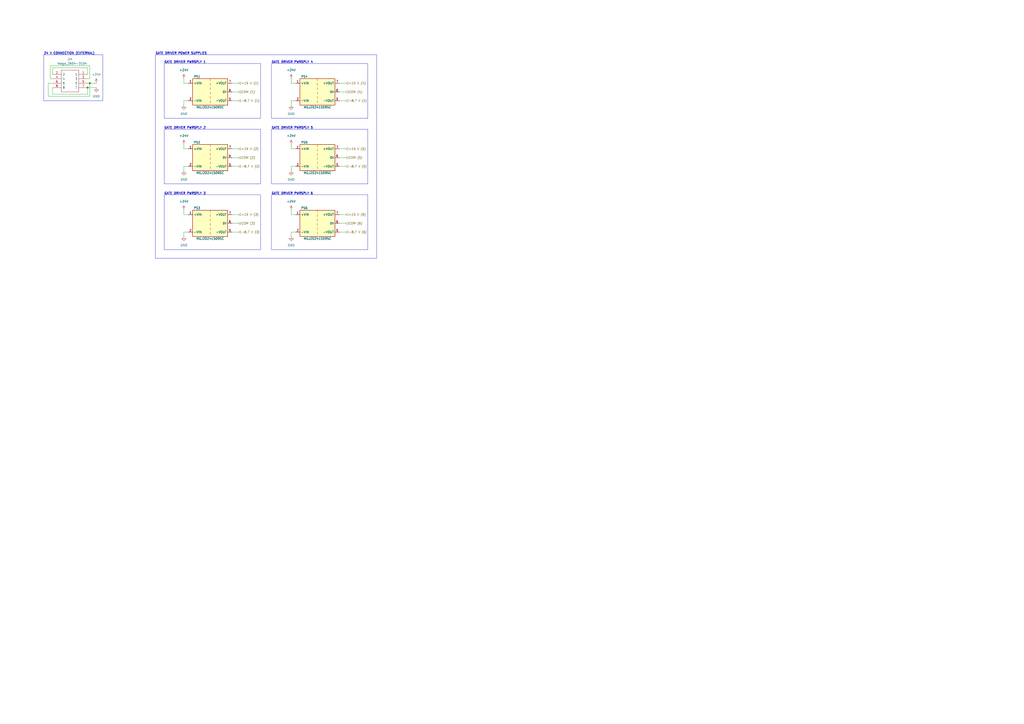
<source format=kicad_sch>
(kicad_sch (version 20230121) (generator eeschema)
  (paper "A2")
  (title_block (title "3-phase DC/AC converter with SV-PWM") (date "2023-03-16") (rev "V. 1.1") (comment 1 "Ingrid Hovland") (comment 2 "Eirik Skorve Haugland") (comment 3 "Marius Englund"))
  (lib_symbols
    (symbol "Converter_DCDC:MGJ2D241509SC"
      (property "Reference" "U" (at 0 11.43 0))
      (property "Value" "MGJ2D241509SC" (at 0 8.89 0))
      (symbol "MGJ2D241509SC_0_1"
        (rectangle (start -10.16 7.62) (end 10.16 -7.62) (stroke (width 0.254)) (fill (type background)))
        (polyline (pts (xy 0 -5.08) (xy 0 -6.35)))
        (polyline (pts (xy 0 -2.54) (xy 0 -3.81)))
        (polyline (pts (xy 0 0) (xy 0 -1.27)))
        (polyline (pts (xy 0 2.54) (xy 0 1.27)))
        (polyline (pts (xy 0 5.08) (xy 0 3.81)))
        (polyline (pts (xy 0 7.62) (xy 0 6.35)))
      )
      (symbol "MGJ2D241509SC_1_1"
        (pin power_in line (at -12.7 5.08 0) (length 2.54) (name "+VIN") (number "1"))
        (pin power_in line (at -12.7 -5.08 0) (length 2.54) (name "-VIN") (number "2"))
        (pin power_out line (at 12.7 -5.08 180) (length 2.54) (name "-VOUT") (number "5"))
        (pin power_out line (at 12.7 0 180) (length 2.54) (name "0V") (number "6"))
        (pin power_out line (at 12.7 5.08 180) (length 2.54) (name "+VOUT") (number "7"))
      )
    )
    (symbol "WAGO-2604-3104:2604-3104" (pin_names (offset 0.762))
      (property "Reference" "J" (at 16.51 7.62 0))
      (property "Value" "2604-3104" (at 16.51 5.08 0))
      (symbol "2604-3104_0_0"
        (pin passive line (at 20.32 0 180) (length 5.08) (name "1") (number "1"))
        (pin passive line (at 0 0 0) (length 5.08) (name "2") (number "2"))
        (pin passive line (at 20.32 -2.54 180) (length 5.08) (name "3") (number "3"))
        (pin passive line (at 0 -2.54 0) (length 5.08) (name "4") (number "4"))
        (pin passive line (at 20.32 -5.08 180) (length 5.08) (name "5") (number "5"))
        (pin passive line (at 0 -5.08 0) (length 5.08) (name "6") (number "6"))
        (pin passive line (at 20.32 -7.62 180) (length 5.08) (name "7") (number "7"))
        (pin passive line (at 0 -7.62 0) (length 5.08) (name "8") (number "8"))
      )
      (symbol "2604-3104_0_1"
        (polyline (pts (xy 5.08 2.54) (xy 15.24 2.54) (xy 15.24 -10.16) (xy 5.08 -10.16) (xy 5.08 2.54)) (stroke (width 0.1524)))
      )
    )
    (symbol "power:+24V" (power) (pin_names (offset 0))
      (property "Value" "+24V" (at 0 3.556 0))
      (symbol "+24V_0_1"
        (polyline (pts (xy -0.762 1.27) (xy 0 2.54)))
        (polyline (pts (xy 0 0) (xy 0 2.54)))
        (polyline (pts (xy 0 2.54) (xy 0.762 1.27)))
      )
      (symbol "+24V_1_1"
        (pin power_in line (at 0 0 90) (length 0) hide (name "+24V") (number "1"))
      )
    )
    (symbol "power:GND" (power) (pin_names (offset 0))
      (property "Value" "GND" (at 0 -3.81 0))
      (symbol "GND_0_1"
        (polyline (pts (xy 0 0) (xy 0 -1.27) (xy 1.27 -1.27) (xy 0 -2.54) (xy -1.27 -1.27) (xy 0 -1.27)))
      )
      (symbol "GND_1_1"
        (pin power_in line (at 0 0 270) (length 0) hide (name "GND") (number "1"))
      )
    )
  )
  (junction (at 52.07 48.26))
  (junction (at 50.8 50.8))
  (wire (pts (xy 52.07 48.26) (xy 55.88 48.26)))
  (polyline (pts (xy 151.13 68.58) (xy 95.25 68.58)))
  (wire (pts (xy 168.91 58.42) (xy 171.45 58.42)))
  (wire (pts (xy 106.68 45.72) (xy 106.68 48.26)))
  (polyline (pts (xy 213.36 68.58) (xy 157.48 68.58)))
  (wire (pts (xy 196.85 134.62) (xy 200.66 134.62)))
  (wire (pts (xy 168.91 45.72) (xy 168.91 48.26)))
  (wire (pts (xy 106.68 124.46) (xy 109.22 124.46)))
  (polyline (pts (xy 213.36 113.03) (xy 213.36 144.78)))
  (wire (pts (xy 168.91 99.06) (xy 168.91 96.52)))
  (polyline (pts (xy 218.44 31.75) (xy 218.44 149.86)))
  (polyline (pts (xy 213.36 36.83) (xy 213.36 68.58)))
  (polyline (pts (xy 95.25 36.83) (xy 95.25 68.58)))
  (wire (pts (xy 168.91 134.62) (xy 171.45 134.62)))
  (polyline (pts (xy 157.48 113.03) (xy 213.36 113.03)))
  (wire (pts (xy 134.62 124.46) (xy 138.43 124.46)))
  (wire (pts (xy 168.91 137.16) (xy 168.91 134.62)))
  (polyline (pts (xy 157.48 74.93) (xy 157.48 106.68)))
  (wire (pts (xy 196.85 129.54) (xy 200.66 129.54)))
  (wire (pts (xy 29.21 45.72) (xy 29.21 38.1)))
  (wire (pts (xy 134.62 53.34) (xy 138.43 53.34)))
  (polyline (pts (xy 157.48 113.03) (xy 157.48 144.78)))
  (wire (pts (xy 27.94 55.88) (xy 27.94 48.26)))
  (polyline (pts (xy 25.4 31.75) (xy 25.4 58.42)))
  (wire (pts (xy 168.91 60.96) (xy 168.91 58.42)))
  (wire (pts (xy 106.68 60.96) (xy 106.68 58.42)))
  (wire (pts (xy 134.62 129.54) (xy 138.43 129.54)))
  (wire (pts (xy 50.8 50.8) (xy 55.88 50.8)))
  (polyline (pts (xy 218.44 149.86) (xy 90.17 149.86)))
  (wire (pts (xy 168.91 86.36) (xy 171.45 86.36)))
  (wire (pts (xy 106.68 99.06) (xy 106.68 96.52)))
  (wire (pts (xy 30.48 45.72) (xy 29.21 45.72)))
  (wire (pts (xy 134.62 96.52) (xy 138.43 96.52)))
  (wire (pts (xy 106.68 121.92) (xy 106.68 124.46)))
  (polyline (pts (xy 95.25 113.03) (xy 151.13 113.03)))
  (polyline (pts (xy 95.25 36.83) (xy 151.13 36.83)))
  (wire (pts (xy 168.91 83.82) (xy 168.91 86.36)))
  (wire (pts (xy 134.62 91.44) (xy 138.43 91.44)))
  (wire (pts (xy 196.85 91.44) (xy 200.66 91.44)))
  (polyline (pts (xy 213.36 106.68) (xy 157.48 106.68)))
  (wire (pts (xy 196.85 86.36) (xy 200.66 86.36)))
  (wire (pts (xy 50.8 39.37) (xy 50.8 43.18)))
  (wire (pts (xy 52.07 55.88) (xy 27.94 55.88)))
  (polyline (pts (xy 90.17 149.86) (xy 90.17 31.75)))
  (polyline (pts (xy 151.13 106.68) (xy 95.25 106.68)))
  (wire (pts (xy 50.8 50.8) (xy 50.8 54.61)))
  (wire (pts (xy 30.48 54.61) (xy 50.8 54.61)))
  (wire (pts (xy 106.68 86.36) (xy 109.22 86.36)))
  (wire (pts (xy 106.68 48.26) (xy 109.22 48.26)))
  (wire (pts (xy 168.91 121.92) (xy 168.91 124.46)))
  (polyline (pts (xy 95.25 31.75) (xy 218.44 31.75)))
  (polyline (pts (xy 151.13 144.78) (xy 95.25 144.78)))
  (wire (pts (xy 106.68 134.62) (xy 109.22 134.62)))
  (wire (pts (xy 52.07 48.26) (xy 52.07 55.88)))
  (wire (pts (xy 52.07 45.72) (xy 50.8 45.72)))
  (wire (pts (xy 106.68 137.16) (xy 106.68 134.62)))
  (polyline (pts (xy 90.17 31.75) (xy 95.25 31.75)))
  (wire (pts (xy 134.62 86.36) (xy 138.43 86.36)))
  (wire (pts (xy 168.91 124.46) (xy 171.45 124.46)))
  (wire (pts (xy 27.94 48.26) (xy 30.48 48.26)))
  (wire (pts (xy 106.68 83.82) (xy 106.68 86.36)))
  (wire (pts (xy 52.07 38.1) (xy 52.07 45.72)))
  (polyline (pts (xy 157.48 36.83) (xy 213.36 36.83)))
  (wire (pts (xy 50.8 48.26) (xy 52.07 48.26)))
  (polyline (pts (xy 95.25 74.93) (xy 151.13 74.93)))
  (wire (pts (xy 134.62 134.62) (xy 138.43 134.62)))
  (wire (pts (xy 196.85 53.34) (xy 200.66 53.34)))
  (wire (pts (xy 168.91 96.52) (xy 171.45 96.52)))
  (polyline (pts (xy 213.36 74.93) (xy 213.36 106.68)))
  (wire (pts (xy 106.68 96.52) (xy 109.22 96.52)))
  (wire (pts (xy 30.48 39.37) (xy 50.8 39.37)))
  (wire (pts (xy 196.85 124.46) (xy 200.66 124.46)))
  (polyline (pts (xy 25.4 31.75) (xy 59.69 31.75)))
  (wire (pts (xy 134.62 48.26) (xy 138.43 48.26)))
  (wire (pts (xy 196.85 48.26) (xy 200.66 48.26)))
  (polyline (pts (xy 151.13 36.83) (xy 151.13 68.58)))
  (wire (pts (xy 196.85 96.52) (xy 200.66 96.52)))
  (polyline (pts (xy 151.13 74.93) (xy 151.13 106.68)))
  (wire (pts (xy 106.68 58.42) (xy 109.22 58.42)))
  (wire (pts (xy 168.91 48.26) (xy 171.45 48.26)))
  (polyline (pts (xy 157.48 36.83) (xy 157.48 68.58)))
  (polyline (pts (xy 151.13 113.03) (xy 151.13 144.78)))
  (wire (pts (xy 30.48 39.37) (xy 30.48 43.18)))
  (polyline (pts (xy 95.25 113.03) (xy 95.25 144.78)))
  (wire (pts (xy 134.62 58.42) (xy 138.43 58.42)))
  (polyline (pts (xy 59.69 58.42) (xy 25.4 58.42)))
  (polyline (pts (xy 213.36 144.78) (xy 157.48 144.78)))
  (polyline (pts (xy 95.25 74.93) (xy 95.25 106.68)))
  (wire (pts (xy 29.21 38.1) (xy 52.07 38.1)))
  (wire (pts (xy 196.85 58.42) (xy 200.66 58.42)))
  (polyline (pts (xy 157.48 74.93) (xy 213.36 74.93)))
  (wire (pts (xy 30.48 50.8) (xy 30.48 54.61)))
  (polyline (pts (xy 59.69 31.75) (xy 59.69 58.42)))
  (text "GATE DRIVER PWRSPLY 6\n" (at 157.48 113.03 0) (effects (font (size 1.27 1.27) (thickness 0.254) bold) (justify left bottom)))
  (text "GATE DRIVER PWRSPLY 5\n" (at 157.48 74.93 0) (effects (font (size 1.27 1.27) (thickness 0.254) bold) (justify left bottom)))
  (text "GATE DRIVER POWER SUPPLIES" (at 90.17 31.75 0) (effects (font (size 1.27 1.27) (thickness 0.254) bold) (justify left bottom)))
  (text "GATE DRIVER PWRSPLY 4" (at 157.48 36.83 0) (effects (font (size 1.27 1.27) (thickness 0.254) bold) (justify left bottom)))
  (text "GATE DRIVER PWRSPLY 2" (at 95.25 74.93 0) (effects (font (size 1.27 1.27) (thickness 0.254) bold) (justify left bottom)))
  (text "24 V CONNECTION (EXTERNAL)" (at 25.4 31.75 0) (effects (font (size 1.27 1.27) (thickness 0.254) bold) (justify left bottom)))
  (text "GATE DRIVER PWRSPLY 3\n" (at 95.25 113.03 0) (effects (font (size 1.27 1.27) (thickness 0.254) bold) (justify left bottom)))
  (text "GATE DRIVER PWRSPLY 1\n" (at 95.25 36.83 0) (effects (font (size 1.27 1.27) (thickness 0.254) bold) (justify left bottom)))
  (hierarchical_label "COM (1)" (shape input) (at 138.43 53.34 0) (effects (font italic)))
  (hierarchical_label "+15 V (3)" (shape input) (at 138.43 124.46 0) (effects (font italic)))
  (hierarchical_label "+15 V (1)" (shape input) (at 138.43 48.26 0) (effects (font italic)))
  (hierarchical_label "-8.7 V (4)" (shape input) (at 200.66 58.42 0) (effects (font italic)))
  (hierarchical_label "-8.7 V (5)" (shape input) (at 200.66 96.52 0) (effects (font italic)))
  (hierarchical_label "COM (5)" (shape input) (at 200.66 91.44 0) (effects (font italic)))
  (hierarchical_label "+15 V (6)" (shape input) (at 200.66 124.46 0) (effects (font italic)))
  (hierarchical_label "+15 V (5)" (shape input) (at 200.66 86.36 0) (effects (font italic)))
  (hierarchical_label "+15 V (2)" (shape input) (at 138.43 86.36 0) (effects (font italic)))
  (hierarchical_label "-8.7 V (6)" (shape input) (at 200.66 134.62 0) (effects (font italic)))
  (hierarchical_label "-8.7 V (3)" (shape input) (at 138.43 134.62 0) (effects (font italic)))
  (hierarchical_label "COM (3)" (shape input) (at 138.43 129.54 0) (effects (font italic)))
  (hierarchical_label "COM (2)" (shape input) (at 138.43 91.44 0) (effects (font italic)))
  (hierarchical_label "COM (4)" (shape input) (at 200.66 53.34 0) (effects (font italic)))
  (hierarchical_label "-8.7 V (1)" (shape input) (at 138.43 58.42 0) (effects (font italic)))
  (hierarchical_label "+15 V (4)" (shape input) (at 200.66 48.26 0) (effects (font italic)))
  (hierarchical_label "-8.7 V (2)" (shape input) (at 138.43 96.52 0) (effects (font italic)))
  (hierarchical_label "COM (6)" (shape input) (at 200.66 129.54 0) (effects (font italic)))
  (symbol (lib_id "power:+24V") (at 168.91 121.92 0) (unit 1)
    (property "Reference" "#PWR0126" (effects hide))
    (property "Value" "+24V" (at 168.91 116.84 0))
  )
  (symbol (lib_id "power:GND") (at 106.68 60.96 0) (unit 1)
    (property "Reference" "#PWR0122" (effects hide))
    (property "Value" "GND" (at 106.68 66.04 0))
  )
  (symbol (lib_id "Converter_DCDC:MGJ2D241509SC") (at 184.15 91.44 0) (unit 1)
    (property "Reference" "PS5" (at 176.53 82.55 0))
    (property "Value" "MGJ2D241509SC" (at 184.15 100.33 0))
    (property "Footprint" "Converter_DCDC:Converter_DCDC_Murata_MGJ2DxxxxxxSC_THT" (effects hide))
    (property "Datasheet" "https://power.murata.com/pub/data/power/ncl/kdc_mgj2.pdf" (effects hide))
  )
  (symbol (lib_id "power:GND") (at 168.91 60.96 0) (unit 1)
    (property "Reference" "#PWR0132" (effects hide))
    (property "Value" "GND" (at 168.91 66.04 0))
  )
  (symbol (lib_id "power:GND") (at 168.91 99.06 0) (unit 1)
    (property "Reference" "#PWR0130" (effects hide))
    (property "Value" "GND" (at 168.91 104.14 0))
  )
  (symbol (lib_id "power:+24V") (at 106.68 83.82 0) (unit 1)
    (property "Reference" "#PWR0120" (effects hide))
    (property "Value" "+24V" (at 106.68 78.74 0))
  )
  (symbol (lib_id "power:+24V") (at 55.88 48.26 0) (unit 1)
    (property "Reference" "#PWR0123" (effects hide))
    (property "Value" "+24V" (at 55.88 43.18 0))
  )
  (symbol (lib_id "Converter_DCDC:MGJ2D241509SC") (at 184.15 53.34 0) (unit 1)
    (property "Reference" "PS4" (at 176.53 44.45 0))
    (property "Value" "MGJ2D241509SC" (at 184.15 62.23 0))
    (property "Footprint" "Converter_DCDC:Converter_DCDC_Murata_MGJ2DxxxxxxSC_THT" (effects hide))
    (property "Datasheet" "https://power.murata.com/pub/data/power/ncl/kdc_mgj2.pdf" (effects hide))
  )
  (symbol (lib_id "power:+24V") (at 106.68 121.92 0) (unit 1)
    (property "Reference" "#PWR0128" (effects hide))
    (property "Value" "+24V" (at 106.68 116.84 0))
  )
  (symbol (lib_id "WAGO-2604-3104:2604-3104") (at 30.48 43.18 0) (unit 1)
    (property "Reference" "U4" (at 40.64 34.29 0))
    (property "Value" "Wago_2604-3104" (at 41.91 36.83 0))
    (property "Footprint" "SVPWM-LIB-footprints:WAGO-26043104" (effects hide))
    (property "Datasheet" "https://www.wago.com/global/pcb-terminal-blocks-and-pluggable-connectors/pcb-terminal-block/p/2604-3104" (effects hide))
    (property "Description" "Conn PC Terminal Block 4 POS 5mm Solder ST Thru-Hole 32A CAGE CLAMP Box" (effects hide))
    (property "Height" "21.3" (effects hide))
    (property "Manufacturer_Name" "Wago" (effects hide))
    (property "Manufacturer_Part_Number" "2604-3104" (effects hide))
    (property "Arrow Part Number" "2604-3104" (effects hide))
    (property "Arrow Price/Stock" "https://www.arrow.com/en/products/2604-3104/wago-kontakttechnik-gmbh?region=nac" (effects hide))
  )
  (symbol (lib_id "power:GND") (at 55.88 50.8 0) (unit 1)
    (property "Reference" "#PWR0124" (effects hide))
    (property "Value" "GND" (at 55.88 55.88 0))
  )
  (symbol (lib_id "power:+24V") (at 168.91 83.82 0) (unit 1)
    (property "Reference" "#PWR0131" (effects hide))
    (property "Value" "+24V" (at 168.91 78.74 0))
  )
  (symbol (lib_id "Converter_DCDC:MGJ2D241509SC") (at 184.15 129.54 0) (unit 1)
    (property "Reference" "PS6" (at 176.53 120.65 0))
    (property "Value" "MGJ2D241509SC" (at 184.15 138.43 0))
    (property "Footprint" "Converter_DCDC:Converter_DCDC_Murata_MGJ2DxxxxxxSC_THT" (effects hide))
    (property "Datasheet" "https://power.murata.com/pub/data/power/ncl/kdc_mgj2.pdf" (effects hide))
  )
  (symbol (lib_id "Converter_DCDC:MGJ2D241509SC") (at 121.92 91.44 0) (unit 1)
    (property "Reference" "PS2" (at 114.3 82.55 0))
    (property "Value" "MGJ2D241509SC" (at 121.92 100.33 0))
    (property "Footprint" "Converter_DCDC:Converter_DCDC_Murata_MGJ2DxxxxxxSC_THT" (effects hide))
    (property "Datasheet" "https://power.murata.com/pub/data/power/ncl/kdc_mgj2.pdf" (effects hide))
  )
  (symbol (lib_id "power:GND") (at 168.91 137.16 0) (unit 1)
    (property "Reference" "#PWR0127" (effects hide))
    (property "Value" "GND" (at 168.91 142.24 0))
  )
  (symbol (lib_id "Converter_DCDC:MGJ2D241509SC") (at 121.92 53.34 0) (unit 1)
    (property "Reference" "PS1" (at 114.3 44.45 0))
    (property "Value" "MGJ2D241509SC" (at 121.92 62.23 0))
    (property "Footprint" "Converter_DCDC:Converter_DCDC_Murata_MGJ2DxxxxxxSC_THT" (effects hide))
    (property "Datasheet" "https://power.murata.com/pub/data/power/ncl/kdc_mgj2.pdf" (effects hide))
  )
  (symbol (lib_id "power:+24V") (at 168.91 45.72 0) (unit 1)
    (property "Reference" "#PWR0133" (effects hide))
    (property "Value" "+24V" (at 168.91 40.64 0))
  )
  (symbol (lib_id "power:+24V") (at 106.68 45.72 0) (unit 1)
    (property "Reference" "#PWR0121" (effects hide))
    (property "Value" "+24V" (at 106.68 40.64 0))
  )
  (symbol (lib_id "power:GND") (at 106.68 99.06 0) (unit 1)
    (property "Reference" "#PWR0125" (effects hide))
    (property "Value" "GND" (at 106.68 104.14 0))
  )
  (symbol (lib_id "power:GND") (at 106.68 137.16 0) (unit 1)
    (property "Reference" "#PWR0129" (effects hide))
    (property "Value" "GND" (at 106.68 142.24 0))
  )
  (symbol (lib_id "Converter_DCDC:MGJ2D241509SC") (at 121.92 129.54 0) (unit 1)
    (property "Reference" "PS3" (at 114.3 120.65 0))
    (property "Value" "MGJ2D241509SC" (at 121.92 138.43 0))
    (property "Footprint" "Converter_DCDC:Converter_DCDC_Murata_MGJ2DxxxxxxSC_THT" (effects hide))
    (property "Datasheet" "https://power.murata.com/pub/data/power/ncl/kdc_mgj2.pdf" (effects hide))
  )
)
</source>
